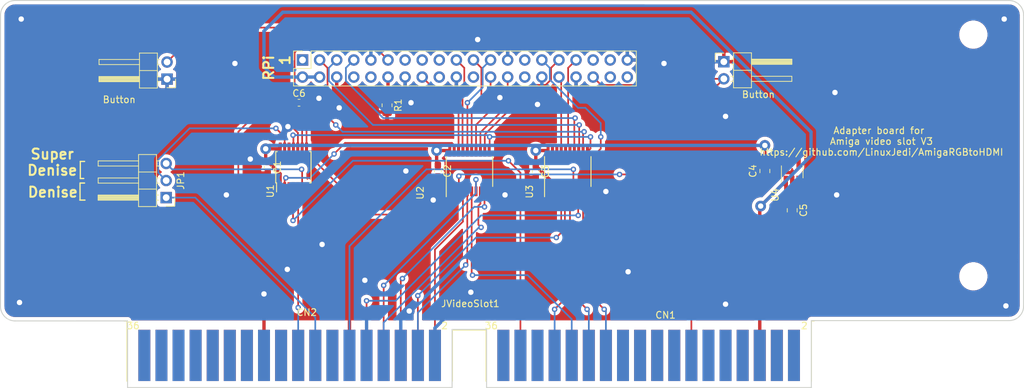
<source format=kicad_pcb>
(kicad_pcb (version 20171130) (host pcbnew 5.1.9-73d0e3b20d~88~ubuntu20.10.1)
  (layers (0 F.Cu signal) (31 B.Cu signal) (34 B.Paste user) (35 F.Paste user) (36 B.SilkS user) (37 F.SilkS user) (38 B.Mask user) (39 F.Mask user) (44 Edge.Cuts user))
  (net 0 "")
  (net 1 GND)
  (net 2 +3V3)
  (net 3 /B0)
  (net 4 /R3)
  (net 5 /R2)
  (net 6 /R1)
  (net 7 /R0)
  (net 8 +5V)
  (net 9 /CDAC)
  (net 10 /CSYNC)
  (net 11 /G3)
  (net 12 /G2)
  (net 13 /G1)
  (net 14 /G0)
  (net 15 /B3)
  (net 16 /B2)
  (net 17 /B1)
  (net 18 "Net-(JRaspberryPiZero1-Pad1)")
  (net 19 /PiCLK)
  (net 20 /PiCSYNC)
  (net 21 /PiR3)
  (net 22 /PiR2)
  (net 23 /PiR1)
  (net 24 "Net-(JRaspberryPiZero1-Pad13)")
  (net 25 /PiR0)
  (net 26 "Net-(JRaspberryPiZero1-Pad17)")
  (net 27 /PiG3)
  (net 28 /PiG2)
  (net 29 /PiG1)
  (net 30 /PiG0)
  (net 31 /PiB3)
  (net 32 /PiB2)
  (net 33 /PiB1)
  (net 34 /PiB0)
  (net 35 "Net-(U4-Pad4)")
  (net 36 "Net-(JRaspberryPiZero1-Pad8)")
  (net 37 "Net-(JRaspberryPiZero1-Pad10)")
  (net 38 "Net-(JRaspberryPiZero1-Pad12)")
  (net 39 "Net-(JRaspberryPiZero1-Pad18)")
  (net 40 "Net-(JRaspberryPiZero1-Pad22)")
  (net 41 "Net-(U1-Pad11)")
  (net 42 "Net-(JRaspberryPiZero1-Pad15)")
  (net 43 "Net-(JRaspberryPiZero1-Pad27)")
  (net 44 "Net-(JRaspberryPiZero1-Pad28)")
  (net 45 "Net-(JRaspberryPiZero1-Pad40)")
  (net 46 "Net-(JRaspberryPiZero1-Pad35)")
  (net 47 "Net-(JRaspberryPiZero1-Pad38)")
  (net 48 "Net-(U3-Pad18)")
  (net 49 "Net-(U3-Pad19)")
  (net 50 "Net-(JButton1-Pad2)")
  (net 51 "Net-(U1-Pad2)")
  (net 52 "Net-(JRaspberryPiZero1-Pad37)")
  (net 53 "Net-(JP1-Pad3)")
  (net 54 "Net-(JP1-Pad2)")
  (net 55 "Net-(U1-Pad3)")
  (net 56 /C1)
  (net 57 /C3)
  (net 58 "Net-(JVideoSlot1-Pad1)")
  (net 59 "Net-(JVideoSlot1-Pad3)")
  (net 60 "Net-(JVideoSlot1-Pad5)")
  (net 61 "Net-(JVideoSlot1-Pad7)")
  (net 62 "Net-(JVideoSlot1-Pad9)")
  (net 63 "Net-(JVideoSlot1-Pad11)")
  (net 64 "Net-(JVideoSlot1-Pad13)")
  (net 65 "Net-(JVideoSlot1-Pad15)")
  (net 66 "Net-(JVideoSlot1-Pad17)")
  (net 67 "Net-(JVideoSlot1-Pad19)")
  (net 68 "Net-(JVideoSlot1-Pad21)")
  (net 69 "Net-(JVideoSlot1-Pad31)")
  (net 70 "Net-(JVideoSlot1-Pad33)")
  (net 71 "Net-(JVideoSlot1-Pad35)")
  (net 72 "Net-(JVideoSlot1-Pad2)")
  (net 73 "Net-(JVideoSlot1-Pad4)")
  (net 74 "Net-(JVideoSlot1-Pad8)")
  (net 75 "Net-(JVideoSlot1-Pad10)")
  (net 76 "Net-(JVideoSlot1-Pad12)")
  (net 77 "Net-(JVideoSlot1-Pad16)")
  (net 78 "Net-(JVideoSlot1-Pad18)")
  (net 79 "Net-(JVideoSlot1-Pad20)")
  (net 80 "Net-(JVideoSlot1-Pad22)")
  (net 81 "Net-(JVideoSlot1-Pad24)")
  (net 82 "Net-(JVideoSlot1-Pad26)")
  (net 83 "Net-(JVideoSlot1-Pad28)")
  (net 84 "Net-(JVideoSlot1-Pad30)")
  (net 85 "Net-(JVideoSlot1-Pad32)")
  (net 86 "Net-(JVideoSlot1-Pad36)")
  (net 87 "Net-(JVideoSlot1-Pad49)")
  (net 88 "Net-(JVideoSlot1-Pad55)")
  (net 89 "Net-(JVideoSlot1-Pad57)")
  (net 90 "Net-(JVideoSlot1-Pad59)")
  (net 91 "Net-(JVideoSlot1-Pad61)")
  (net 92 "Net-(JVideoSlot1-Pad63)")
  (net 93 "Net-(JVideoSlot1-Pad65)")
  (net 94 "Net-(JVideoSlot1-Pad67)")
  (net 95 "Net-(JVideoSlot1-Pad69)")
  (net 96 "Net-(JVideoSlot1-Pad71)")
  (net 97 "Net-(JVideoSlot1-Pad50)")
  (net 98 "Net-(JVideoSlot1-Pad52)")
  (net 99 "Net-(JVideoSlot1-Pad54)")
  (net 100 "Net-(JVideoSlot1-Pad56)")
  (net 101 "Net-(JVideoSlot1-Pad60)")
  (net 102 "Net-(JVideoSlot1-Pad62)")
  (net 103 "Net-(JVideoSlot1-Pad64)")
  (net 104 "Net-(JVideoSlot1-Pad66)")
  (net 105 "Net-(JVideoSlot1-Pad68)")
  (net 106 "Net-(JVideoSlot1-Pad70)")
  (net 107 "Net-(JVideoSlot1-Pad72)")
  (module MountingHole:MountingHole_3.2mm_M3_ISO14580 (layer F.Cu) (at 236.2073 100.50272)
    (fp_text reference H2 hide)
    (fp_text value MountingHole)
    (pad 1 np_thru_hole circle (at 0 0) (size 3.2 3.2) (drill 3.2) (layers *.Cu *.Mask))
  )
  (module MountingHole:MountingHole_3.2mm_M3_ISO14580 (layer F.Cu) (at 236.2073 64.54648)
    (fp_text reference H1 hide)
    (fp_text value MountingHole)
    (pad 1 np_thru_hole circle (at 0 0) (size 3.2 3.2) (drill 3.2) (layers *.Cu *.Mask))
  )
  (module Capacitor_SMD:C_0603_1608Metric_Pad1.08x0.95mm_HandSolder (layer F.Cu) (at 136.017 74.676 180)
    (fp_text reference C6 (at 0 1.397) (layer F.SilkS))
    (fp_text value NC)
    (pad 2 smd roundrect (at 0.8625 0 180) (size 1.075 0.95) (layers F.Cu F.Paste F.Mask) (net 1 GND))
    (pad 1 smd roundrect (at -0.8625 0 180) (size 1.075 0.95) (layers F.Cu F.Paste F.Mask) (net 19 /PiCLK))
  )
  (module amiga-conn:A2000_Video_Slot (layer F.Cu) (at 212.344 116.332)
    (fp_text reference JVideoSlot1 (at -50.87 -11.76) (layer F.SilkS))
    (fp_text value A2000_Video_Slot_Phys)
    (fp_text user CN1 (at -21.87 -10.06) (layer F.SilkS))
    (fp_text user 36 (at -47.75 -8.475) (layer F.SilkS))
    (fp_text user 2 (at -1.25 -8.47) (layer F.SilkS))
    (fp_text user CN2 (at -75.17 -10.46) (layer F.SilkS))
    (fp_text user 2 (at -54.7 -8.475) (layer F.SilkS))
    (fp_text user 36 (at -100.975 -8.475) (layer F.SilkS))
    (pad 1 connect rect (at -2.79 -4.06) (size 1.78 7.62) (layers B.Cu B.Mask) (net 58 "Net-(JVideoSlot1-Pad1)"))
    (pad 3 connect rect (at -5.33 -4.06) (size 1.78 7.62) (layers B.Cu B.Mask) (net 59 "Net-(JVideoSlot1-Pad3)"))
    (pad 5 connect rect (at -7.87 -4.06) (size 1.78 7.62) (layers B.Cu B.Mask) (net 60 "Net-(JVideoSlot1-Pad5)"))
    (pad 7 connect rect (at -10.41 -4.06) (size 1.78 7.62) (layers B.Cu B.Mask) (net 61 "Net-(JVideoSlot1-Pad7)"))
    (pad 9 connect rect (at -12.95 -4.06) (size 1.78 7.62) (layers B.Cu B.Mask) (net 62 "Net-(JVideoSlot1-Pad9)"))
    (pad 11 connect rect (at -15.49 -4.06) (size 1.78 7.62) (layers B.Cu B.Mask) (net 63 "Net-(JVideoSlot1-Pad11)"))
    (pad 13 connect rect (at -18.03 -4.06) (size 1.78 7.62) (layers B.Cu B.Mask) (net 64 "Net-(JVideoSlot1-Pad13)"))
    (pad 15 connect rect (at -20.57 -4.06) (size 1.78 7.62) (layers B.Cu B.Mask) (net 65 "Net-(JVideoSlot1-Pad15)"))
    (pad 17 connect rect (at -23.11 -4.06) (size 1.78 7.62) (layers B.Cu B.Mask) (net 66 "Net-(JVideoSlot1-Pad17)"))
    (pad 19 connect rect (at -25.65 -4.06) (size 1.78 7.62) (layers B.Cu B.Mask) (net 67 "Net-(JVideoSlot1-Pad19)"))
    (pad 21 connect rect (at -28.19 -4.06) (size 1.78 7.62) (layers B.Cu B.Mask) (net 68 "Net-(JVideoSlot1-Pad21)"))
    (pad 23 connect rect (at -30.73 -4.06) (size 1.78 7.62) (layers B.Cu B.Mask) (net 3 /B0))
    (pad 25 connect rect (at -33.27 -4.06) (size 1.78 7.62) (layers B.Cu B.Mask) (net 15 /B3))
    (pad 27 connect rect (at -35.81 -4.06) (size 1.78 7.62) (layers B.Cu B.Mask) (net 11 /G3))
    (pad 29 connect rect (at -38.35 -4.06) (size 1.78 7.62) (layers B.Cu B.Mask) (net 4 /R3))
    (pad 31 connect rect (at -40.89 -4.06) (size 1.78 7.62) (layers B.Cu B.Mask) (net 69 "Net-(JVideoSlot1-Pad31)"))
    (pad 33 connect rect (at -43.43 -4.06) (size 1.78 7.62) (layers B.Cu B.Mask) (net 70 "Net-(JVideoSlot1-Pad33)"))
    (pad 35 connect rect (at -45.97 -4.06) (size 1.78 7.62) (layers B.Cu B.Mask) (net 71 "Net-(JVideoSlot1-Pad35)"))
    (pad 2 connect rect (at -2.79 -4.06) (size 1.78 7.62) (layers F.Cu F.Mask) (net 72 "Net-(JVideoSlot1-Pad2)"))
    (pad 4 connect rect (at -5.33 -4.06) (size 1.78 7.62) (layers F.Cu F.Mask) (net 73 "Net-(JVideoSlot1-Pad4)"))
    (pad 6 connect rect (at -7.87 -4.06) (size 1.78 7.62) (layers F.Cu F.Mask) (net 8 +5V))
    (pad 8 connect rect (at -10.41 -4.06) (size 1.78 7.62) (layers F.Cu F.Mask) (net 74 "Net-(JVideoSlot1-Pad8)"))
    (pad 10 connect rect (at -12.95 -4.06) (size 1.78 7.62) (layers F.Cu F.Mask) (net 75 "Net-(JVideoSlot1-Pad10)"))
    (pad 12 connect rect (at -15.49 -4.06) (size 1.78 7.62) (layers F.Cu F.Mask) (net 76 "Net-(JVideoSlot1-Pad12)"))
    (pad 14 connect rect (at -18.03 -4.06) (size 1.78 7.62) (layers F.Cu F.Mask) (net 10 /CSYNC))
    (pad 16 connect rect (at -20.57 -4.06) (size 1.78 7.62) (layers F.Cu F.Mask) (net 77 "Net-(JVideoSlot1-Pad16)"))
    (pad 18 connect rect (at -23.11 -4.06) (size 1.78 7.62) (layers F.Cu F.Mask) (net 78 "Net-(JVideoSlot1-Pad18)"))
    (pad 20 connect rect (at -25.65 -4.06) (size 1.78 7.62) (layers F.Cu F.Mask) (net 79 "Net-(JVideoSlot1-Pad20)"))
    (pad 22 connect rect (at -28.19 -4.06) (size 1.78 7.62) (layers F.Cu F.Mask) (net 80 "Net-(JVideoSlot1-Pad22)"))
    (pad 24 connect rect (at -30.73 -4.06) (size 1.78 7.62) (layers F.Cu F.Mask) (net 81 "Net-(JVideoSlot1-Pad24)"))
    (pad 26 connect rect (at -33.27 -4.06) (size 1.78 7.62) (layers F.Cu F.Mask) (net 82 "Net-(JVideoSlot1-Pad26)"))
    (pad 28 connect rect (at -35.81 -4.06) (size 1.78 7.62) (layers F.Cu F.Mask) (net 83 "Net-(JVideoSlot1-Pad28)"))
    (pad 30 connect rect (at -38.35 -4.06) (size 1.78 7.62) (layers F.Cu F.Mask) (net 84 "Net-(JVideoSlot1-Pad30)"))
    (pad 32 connect rect (at -40.89 -4.06) (size 1.78 7.62) (layers F.Cu F.Mask) (net 85 "Net-(JVideoSlot1-Pad32)"))
    (pad 34 connect rect (at -43.43 -4.06) (size 1.78 7.62) (layers F.Cu F.Mask) (net 56 /C1))
    (pad 36 connect rect (at -45.97 -4.06) (size 1.78 7.62) (layers F.Cu F.Mask) (net 86 "Net-(JVideoSlot1-Pad36)"))
    (pad 37 connect rect (at -56.13 -4.06) (size 1.78 7.62) (layers B.Cu B.Mask) (net 1 GND))
    (pad 39 connect rect (at -58.67 -4.06) (size 1.78 7.62) (layers B.Cu B.Mask) (net 6 /R1))
    (pad 41 connect rect (at -61.21 -4.06) (size 1.78 7.62) (layers B.Cu B.Mask) (net 1 GND))
    (pad 43 connect rect (at -63.75 -4.06) (size 1.78 7.62) (layers B.Cu B.Mask) (net 13 /G1))
    (pad 45 connect rect (at -66.29 -4.06) (size 1.78 7.62) (layers B.Cu B.Mask) (net 1 GND))
    (pad 47 connect rect (at -68.83 -4.06) (size 1.78 7.62) (layers B.Cu B.Mask) (net 16 /B2))
    (pad 49 connect rect (at -71.37 -4.06) (size 1.78 7.62) (layers B.Cu B.Mask) (net 87 "Net-(JVideoSlot1-Pad49)"))
    (pad 51 connect rect (at -73.91 -4.06) (size 1.78 7.62) (layers B.Cu B.Mask) (net 9 /CDAC))
    (pad 53 connect rect (at -76.45 -4.06) (size 1.78 7.62) (layers B.Cu B.Mask) (net 57 /C3))
    (pad 55 connect rect (at -78.99 -4.06) (size 1.78 7.62) (layers B.Cu B.Mask) (net 88 "Net-(JVideoSlot1-Pad55)"))
    (pad 57 connect rect (at -81.53 -4.06) (size 1.78 7.62) (layers B.Cu B.Mask) (net 89 "Net-(JVideoSlot1-Pad57)"))
    (pad 59 connect rect (at -84.07 -4.06) (size 1.78 7.62) (layers B.Cu B.Mask) (net 90 "Net-(JVideoSlot1-Pad59)"))
    (pad 61 connect rect (at -86.61 -4.06) (size 1.78 7.62) (layers B.Cu B.Mask) (net 91 "Net-(JVideoSlot1-Pad61)"))
    (pad 63 connect rect (at -89.15 -4.06) (size 1.78 7.62) (layers B.Cu B.Mask) (net 92 "Net-(JVideoSlot1-Pad63)"))
    (pad 65 connect rect (at -91.69 -4.06) (size 1.78 7.62) (layers B.Cu B.Mask) (net 93 "Net-(JVideoSlot1-Pad65)"))
    (pad 67 connect rect (at -94.23 -4.06) (size 1.78 7.62) (layers B.Cu B.Mask) (net 94 "Net-(JVideoSlot1-Pad67)"))
    (pad 69 connect rect (at -96.77 -4.06) (size 1.78 7.62) (layers B.Cu B.Mask) (net 95 "Net-(JVideoSlot1-Pad69)"))
    (pad 71 connect rect (at -99.31 -4.06) (size 1.78 7.62) (layers B.Cu B.Mask) (net 96 "Net-(JVideoSlot1-Pad71)"))
    (pad 38 connect rect (at -56.13 -4.06) (size 1.78 7.62) (layers F.Cu F.Mask) (net 7 /R0))
    (pad 40 connect rect (at -58.67 -4.06) (size 1.78 7.62) (layers F.Cu F.Mask) (net 5 /R2))
    (pad 42 connect rect (at -61.21 -4.06) (size 1.78 7.62) (layers F.Cu F.Mask) (net 14 /G0))
    (pad 44 connect rect (at -63.75 -4.06) (size 1.78 7.62) (layers F.Cu F.Mask) (net 12 /G2))
    (pad 46 connect rect (at -66.29 -4.06) (size 1.78 7.62) (layers F.Cu F.Mask) (net 17 /B1))
    (pad 48 connect rect (at -68.83 -4.06) (size 1.78 7.62) (layers F.Cu F.Mask) (net 1 GND))
    (pad 50 connect rect (at -71.37 -4.06) (size 1.78 7.62) (layers F.Cu F.Mask) (net 97 "Net-(JVideoSlot1-Pad50)"))
    (pad 52 connect rect (at -73.91 -4.06) (size 1.78 7.62) (layers F.Cu F.Mask) (net 98 "Net-(JVideoSlot1-Pad52)"))
    (pad 54 connect rect (at -76.45 -4.06) (size 1.78 7.62) (layers F.Cu F.Mask) (net 99 "Net-(JVideoSlot1-Pad54)"))
    (pad 56 connect rect (at -78.99 -4.06) (size 1.78 7.62) (layers F.Cu F.Mask) (net 100 "Net-(JVideoSlot1-Pad56)"))
    (pad 58 connect rect (at -81.53 -4.06) (size 1.78 7.62) (layers F.Cu F.Mask) (net 1 GND))
    (pad 60 connect rect (at -84.07 -4.06) (size 1.78 7.62) (layers F.Cu F.Mask) (net 101 "Net-(JVideoSlot1-Pad60)"))
    (pad 62 connect rect (at -86.61 -4.06) (size 1.78 7.62) (layers F.Cu F.Mask) (net 102 "Net-(JVideoSlot1-Pad62)"))
    (pad 64 connect rect (at -89.15 -4.06) (size 1.78 7.62) (layers F.Cu F.Mask) (net 103 "Net-(JVideoSlot1-Pad64)"))
    (pad 66 connect rect (at -91.69 -4.06) (size 1.78 7.62) (layers F.Cu F.Mask) (net 104 "Net-(JVideoSlot1-Pad66)"))
    (pad 68 connect rect (at -94.23 -4.06) (size 1.78 7.62) (layers F.Cu F.Mask) (net 105 "Net-(JVideoSlot1-Pad68)"))
    (pad 70 connect rect (at -96.77 -4.06) (size 1.78 7.62) (layers F.Cu F.Mask) (net 106 "Net-(JVideoSlot1-Pad70)"))
    (pad 72 connect rect (at -99.31 -4.06) (size 1.78 7.62) (layers F.Cu F.Mask) (net 107 "Net-(JVideoSlot1-Pad72)"))
  )
  (module Capacitor_SMD:C_0805_2012Metric_Pad1.18x1.45mm_HandSolder (layer F.Cu) (at 209.296 90.678 270)
    (fp_text reference C5 (at 0 -1.68 90) (layer F.SilkS))
    (fp_text value 1uF)
    (pad 2 smd roundrect (at 1.0375 0 270) (size 1.175 1.45) (layers F.Cu F.Paste F.Mask) (roundrect_rratio 0.2127659574468085) (net 1 GND))
    (pad 1 smd roundrect (at -1.0375 0 270) (size 1.175 1.45) (layers F.Cu F.Paste F.Mask) (roundrect_rratio 0.2127659574468085) (net 8 +5V))
  )
  (module Resistor_SMD:R_0805_2012Metric_Pad1.20x1.40mm_HandSolder (layer F.Cu) (at 149.098 75.057 270)
    (fp_text reference R1 (at 0 -1.65 90) (layer F.SilkS))
    (fp_text value 3k3)
    (pad 2 smd roundrect (at 1 0 270) (size 1.2 1.4) (layers F.Cu F.Paste F.Mask) (roundrect_rratio 0.2083325) (net 1 GND))
    (pad 1 smd roundrect (at -1 0 270) (size 1.2 1.4) (layers F.Cu F.Paste F.Mask) (roundrect_rratio 0.2083325) (net 38 "Net-(JRaspberryPiZero1-Pad12)"))
  )
  (module Capacitor_SMD:C_0805_2012Metric_Pad1.18x1.45mm_HandSolder (layer F.Cu) (at 205.232 84.836 270)
    (fp_text reference C4 (at 0 1.778 90) (layer F.SilkS))
    (fp_text value 1uF)
    (pad 2 smd roundrect (at 1.0375 0 270) (size 1.175 1.45) (layers F.Cu F.Paste F.Mask) (roundrect_rratio 0.2127659574468085) (net 1 GND))
    (pad 1 smd roundrect (at -1.0375 0 270) (size 1.175 1.45) (layers F.Cu F.Paste F.Mask) (roundrect_rratio 0.2127659574468085) (net 2 +3V3))
  )
  (module Capacitor_SMD:C_0603_1608Metric_Pad1.08x0.95mm_HandSolder (layer F.Cu) (at 171.196 84.9122 270)
    (fp_text reference C3 (at 0 -1.43 90) (layer F.SilkS))
    (fp_text value 100nF)
    (pad 2 smd roundrect (at 0.8625 0 270) (size 1.075 0.95) (layers F.Cu F.Paste F.Mask) (net 1 GND))
    (pad 1 smd roundrect (at -0.8625 0 270) (size 1.075 0.95) (layers F.Cu F.Paste F.Mask) (net 2 +3V3))
  )
  (module Capacitor_SMD:C_0603_1608Metric_Pad1.08x0.95mm_HandSolder (layer F.Cu) (at 156.64434 84.836 270)
    (fp_text reference C2 (at 0 -1.43 90) (layer F.SilkS))
    (fp_text value 100nF)
    (pad 2 smd roundrect (at 0.8625 0 270) (size 1.075 0.95) (layers F.Cu F.Paste F.Mask) (net 1 GND))
    (pad 1 smd roundrect (at -0.8625 0 270) (size 1.075 0.95) (layers F.Cu F.Paste F.Mask) (net 2 +3V3))
  )
  (module Capacitor_SMD:C_0603_1608Metric_Pad1.08x0.95mm_HandSolder (layer F.Cu) (at 131.37134 84.2772 270)
    (fp_text reference C1 (at 0 -1.43 90) (layer F.SilkS))
    (fp_text value 100nF)
    (pad 2 smd roundrect (at 0.8625 0 270) (size 1.075 0.95) (layers F.Cu F.Paste F.Mask) (net 1 GND))
    (pad 1 smd roundrect (at -0.8625 0 270) (size 1.075 0.95) (layers F.Cu F.Paste F.Mask) (net 2 +3V3))
  )
  (module Connector_PinHeader_2.54mm:PinHeader_1x02_P2.54mm_Horizontal (layer F.Cu) (at 199.136 68.58)
    (fp_text reference JButton2 hide)
    (fp_text value Conn_01x02)
    (pad 2 thru_hole oval (at 0 2.54) (size 1.7 1.7) (drill 1) (layers *.Cu *.Mask) (net 50 "Net-(JButton1-Pad2)"))
    (pad 1 thru_hole rect (at 0 0) (size 1.7 1.7) (drill 1) (layers *.Cu *.Mask) (net 1 GND))
  )
  (module Connector_PinHeader_2.54mm:PinHeader_1x02_P2.54mm_Horizontal (layer F.Cu) (at 116.4082 71.16318 180)
    (fp_text reference JButton1 hide)
    (fp_text value Conn_01x02)
    (pad 1 thru_hole rect (at 0 0 180) (size 1.7 1.7) (drill 1) (layers *.Cu *.Mask) (net 1 GND))
    (pad 2 thru_hole oval (at 0 2.54 180) (size 1.7 1.7) (drill 1) (layers *.Cu *.Mask) (net 50 "Net-(JButton1-Pad2)"))
  )
  (module Package_SO:TSSOP-14_4.4x5mm_P0.65mm (layer F.Cu) (at 135.18134 84.2772 90)
    (fp_text reference U1 (at -3.556 -3.429 90) (layer F.SilkS))
    (fp_text value 74LVC86)
    (pad 1 smd rect (at -2.95 -1.95 90) (size 1.45 0.45) (layers F.Cu F.Paste F.Mask) (net 2 +3V3))
    (pad 2 smd rect (at -2.95 -1.3 90) (size 1.45 0.45) (layers F.Cu F.Paste F.Mask) (net 51 "Net-(U1-Pad2)"))
    (pad 3 smd rect (at -2.95 -0.65 90) (size 1.45 0.45) (layers F.Cu F.Paste F.Mask) (net 55 "Net-(U1-Pad3)"))
    (pad 4 smd rect (at -2.95 0 90) (size 1.45 0.45) (layers F.Cu F.Paste F.Mask) (net 56 /C1))
    (pad 5 smd rect (at -2.95 0.65 90) (size 1.45 0.45) (layers F.Cu F.Paste F.Mask) (net 57 /C3))
    (pad 6 smd rect (at -2.95 1.3 90) (size 1.45 0.45) (layers F.Cu F.Paste F.Mask) (net 53 "Net-(JP1-Pad3)"))
    (pad 7 smd rect (at -2.95 1.95 90) (size 1.45 0.45) (layers F.Cu F.Paste F.Mask) (net 1 GND))
    (pad 8 smd rect (at 2.95 1.95 90) (size 1.45 0.45) (layers F.Cu F.Paste F.Mask) (net 19 /PiCLK))
    (pad 9 smd rect (at 2.95 1.3 90) (size 1.45 0.45) (layers F.Cu F.Paste F.Mask) (net 55 "Net-(U1-Pad3)"))
    (pad 10 smd rect (at 2.95 0.65 90) (size 1.45 0.45) (layers F.Cu F.Paste F.Mask) (net 1 GND))
    (pad 11 smd rect (at 2.95 0 90) (size 1.45 0.45) (layers F.Cu F.Paste F.Mask) (net 41 "Net-(U1-Pad11)"))
    (pad 12 smd rect (at 2.95 -0.65 90) (size 1.45 0.45) (layers F.Cu F.Paste F.Mask) (net 19 /PiCLK))
    (pad 13 smd rect (at 2.95 -1.3 90) (size 1.45 0.45) (layers F.Cu F.Paste F.Mask) (net 54 "Net-(JP1-Pad2)"))
    (pad 14 smd rect (at 2.95 -1.95 90) (size 1.45 0.45) (layers F.Cu F.Paste F.Mask) (net 2 +3V3))
  )
  (module Package_SO:TSSOP-20_4.4x6.5mm_P0.65mm (layer F.Cu) (at 161.34334 84.9122 90)
    (fp_text reference U2 (at -3.17754 -7.32282 90) (layer F.SilkS))
    (fp_text value 74LVC574)
    (pad 20 smd rect (at 2.95 -2.925 90) (size 1.45 0.45) (layers F.Cu F.Paste F.Mask) (net 2 +3V3))
    (pad 19 smd rect (at 2.95 -2.275 90) (size 1.45 0.45) (layers F.Cu F.Paste F.Mask) (net 51 "Net-(U1-Pad2)"))
    (pad 18 smd rect (at 2.95 -1.625 90) (size 1.45 0.45) (layers F.Cu F.Paste F.Mask) (net 20 /PiCSYNC))
    (pad 17 smd rect (at 2.95 -0.975 90) (size 1.45 0.45) (layers F.Cu F.Paste F.Mask) (net 25 /PiR0))
    (pad 16 smd rect (at 2.95 -0.325 90) (size 1.45 0.45) (layers F.Cu F.Paste F.Mask) (net 23 /PiR1))
    (pad 15 smd rect (at 2.95 0.325 90) (size 1.45 0.45) (layers F.Cu F.Paste F.Mask) (net 27 /PiG3))
    (pad 14 smd rect (at 2.95 0.975 90) (size 1.45 0.45) (layers F.Cu F.Paste F.Mask) (net 28 /PiG2))
    (pad 13 smd rect (at 2.95 1.625 90) (size 1.45 0.45) (layers F.Cu F.Paste F.Mask) (net 29 /PiG1))
    (pad 12 smd rect (at 2.95 2.275 90) (size 1.45 0.45) (layers F.Cu F.Paste F.Mask) (net 30 /PiG0))
    (pad 11 smd rect (at 2.95 2.925 90) (size 1.45 0.45) (layers F.Cu F.Paste F.Mask) (net 41 "Net-(U1-Pad11)"))
    (pad 10 smd rect (at -2.95 2.925 90) (size 1.45 0.45) (layers F.Cu F.Paste F.Mask) (net 1 GND))
    (pad 9 smd rect (at -2.95 2.275 90) (size 1.45 0.45) (layers F.Cu F.Paste F.Mask) (net 14 /G0))
    (pad 8 smd rect (at -2.95 1.625 90) (size 1.45 0.45) (layers F.Cu F.Paste F.Mask) (net 13 /G1))
    (pad 7 smd rect (at -2.95 0.975 90) (size 1.45 0.45) (layers F.Cu F.Paste F.Mask) (net 12 /G2))
    (pad 6 smd rect (at -2.95 0.325 90) (size 1.45 0.45) (layers F.Cu F.Paste F.Mask) (net 11 /G3))
    (pad 5 smd rect (at -2.95 -0.325 90) (size 1.45 0.45) (layers F.Cu F.Paste F.Mask) (net 6 /R1))
    (pad 4 smd rect (at -2.95 -0.975 90) (size 1.45 0.45) (layers F.Cu F.Paste F.Mask) (net 7 /R0))
    (pad 3 smd rect (at -2.95 -1.625 90) (size 1.45 0.45) (layers F.Cu F.Paste F.Mask) (net 10 /CSYNC))
    (pad 2 smd rect (at -2.95 -2.275 90) (size 1.45 0.45) (layers F.Cu F.Paste F.Mask) (net 19 /PiCLK))
    (pad 1 smd rect (at -2.95 -2.925 90) (size 1.45 0.45) (layers F.Cu F.Paste F.Mask) (net 1 GND))
  )
  (module Package_SO:TSSOP-20_4.4x6.5mm_P0.65mm (layer F.Cu) (at 175.94834 84.9122 90)
    (fp_text reference U3 (at -3.00482 -5.68706 90) (layer F.SilkS))
    (fp_text value 74LVC574)
    (pad 1 smd rect (at -2.95 -2.925 90) (size 1.45 0.45) (layers F.Cu F.Paste F.Mask) (net 1 GND))
    (pad 2 smd rect (at -2.95 -2.275 90) (size 1.45 0.45) (layers F.Cu F.Paste F.Mask) (net 2 +3V3))
    (pad 3 smd rect (at -2.95 -1.625 90) (size 1.45 0.45) (layers F.Cu F.Paste F.Mask) (net 2 +3V3))
    (pad 4 smd rect (at -2.95 -0.975 90) (size 1.45 0.45) (layers F.Cu F.Paste F.Mask) (net 5 /R2))
    (pad 5 smd rect (at -2.95 -0.325 90) (size 1.45 0.45) (layers F.Cu F.Paste F.Mask) (net 4 /R3))
    (pad 6 smd rect (at -2.95 0.325 90) (size 1.45 0.45) (layers F.Cu F.Paste F.Mask) (net 15 /B3))
    (pad 7 smd rect (at -2.95 0.975 90) (size 1.45 0.45) (layers F.Cu F.Paste F.Mask) (net 16 /B2))
    (pad 8 smd rect (at -2.95 1.625 90) (size 1.45 0.45) (layers F.Cu F.Paste F.Mask) (net 17 /B1))
    (pad 9 smd rect (at -2.95 2.275 90) (size 1.45 0.45) (layers F.Cu F.Paste F.Mask) (net 3 /B0))
    (pad 10 smd rect (at -2.95 2.925 90) (size 1.45 0.45) (layers F.Cu F.Paste F.Mask) (net 1 GND))
    (pad 11 smd rect (at 2.95 2.925 90) (size 1.45 0.45) (layers F.Cu F.Paste F.Mask) (net 41 "Net-(U1-Pad11)"))
    (pad 12 smd rect (at 2.95 2.275 90) (size 1.45 0.45) (layers F.Cu F.Paste F.Mask) (net 34 /PiB0))
    (pad 13 smd rect (at 2.95 1.625 90) (size 1.45 0.45) (layers F.Cu F.Paste F.Mask) (net 33 /PiB1))
    (pad 14 smd rect (at 2.95 0.975 90) (size 1.45 0.45) (layers F.Cu F.Paste F.Mask) (net 32 /PiB2))
    (pad 15 smd rect (at 2.95 0.325 90) (size 1.45 0.45) (layers F.Cu F.Paste F.Mask) (net 31 /PiB3))
    (pad 16 smd rect (at 2.95 -0.325 90) (size 1.45 0.45) (layers F.Cu F.Paste F.Mask) (net 21 /PiR3))
    (pad 17 smd rect (at 2.95 -0.975 90) (size 1.45 0.45) (layers F.Cu F.Paste F.Mask) (net 22 /PiR2))
    (pad 18 smd rect (at 2.95 -1.625 90) (size 1.45 0.45) (layers F.Cu F.Paste F.Mask) (net 48 "Net-(U3-Pad18)"))
    (pad 19 smd rect (at 2.95 -2.275 90) (size 1.45 0.45) (layers F.Cu F.Paste F.Mask) (net 49 "Net-(U3-Pad19)"))
    (pad 20 smd rect (at 2.95 -2.925 90) (size 1.45 0.45) (layers F.Cu F.Paste F.Mask) (net 2 +3V3))
  )
  (module Package_TO_SOT_SMD:SOT-23-5_HandSoldering (layer F.Cu) (at 209.296 84.963 90)
    (fp_text reference U4 (at -3.429 -2.54 90) (layer F.SilkS))
    (fp_text value TLV74333PDBVR)
    (pad 1 smd rect (at -1.35 -0.95 90) (size 1.56 0.65) (layers F.Cu F.Paste F.Mask) (net 8 +5V))
    (pad 2 smd rect (at -1.35 0 90) (size 1.56 0.65) (layers F.Cu F.Paste F.Mask) (net 1 GND))
    (pad 3 smd rect (at -1.35 0.95 90) (size 1.56 0.65) (layers F.Cu F.Paste F.Mask) (net 8 +5V))
    (pad 4 smd rect (at 1.35 0.95 90) (size 1.56 0.65) (layers F.Cu F.Paste F.Mask) (net 35 "Net-(U4-Pad4)"))
    (pad 5 smd rect (at 1.35 -0.95 90) (size 1.56 0.65) (layers F.Cu F.Paste F.Mask) (net 2 +3V3))
  )
  (module Connector_PinSocket_2.54mm:PinSocket_2x20_P2.54mm_Vertical (layer F.Cu) (at 136.5377 68.31838 90)
    (fp_text reference JRaspberryPiZero1 hide)
    (fp_text value Conn_02x20_Odd_Even)
    (pad 1 thru_hole rect (at 0 0 90) (size 1.7 1.7) (drill 1) (layers *.Cu *.Mask) (net 18 "Net-(JRaspberryPiZero1-Pad1)"))
    (pad 2 thru_hole oval (at -2.54 0 90) (size 1.7 1.7) (drill 1) (layers *.Cu *.Mask) (net 8 +5V))
    (pad 3 thru_hole oval (at 0 2.54 90) (size 1.7 1.7) (drill 1) (layers *.Cu *.Mask) (net 34 /PiB0))
    (pad 4 thru_hole oval (at -2.54 2.54 90) (size 1.7 1.7) (drill 1) (layers *.Cu *.Mask) (net 8 +5V))
    (pad 5 thru_hole oval (at 0 5.08 90) (size 1.7 1.7) (drill 1) (layers *.Cu *.Mask) (net 33 /PiB1))
    (pad 6 thru_hole oval (at -2.54 5.08 90) (size 1.7 1.7) (drill 1) (layers *.Cu *.Mask) (net 1 GND))
    (pad 7 thru_hole oval (at 0 7.62 90) (size 1.7 1.7) (drill 1) (layers *.Cu *.Mask) (net 32 /PiB2))
    (pad 8 thru_hole oval (at -2.54 7.62 90) (size 1.7 1.7) (drill 1) (layers *.Cu *.Mask) (net 36 "Net-(JRaspberryPiZero1-Pad8)"))
    (pad 9 thru_hole oval (at 0 10.16 90) (size 1.7 1.7) (drill 1) (layers *.Cu *.Mask) (net 1 GND))
    (pad 10 thru_hole oval (at -2.54 10.16 90) (size 1.7 1.7) (drill 1) (layers *.Cu *.Mask) (net 37 "Net-(JRaspberryPiZero1-Pad10)"))
    (pad 11 thru_hole oval (at 0 12.7 90) (size 1.7 1.7) (drill 1) (layers *.Cu *.Mask) (net 19 /PiCLK))
    (pad 12 thru_hole oval (at -2.54 12.7 90) (size 1.7 1.7) (drill 1) (layers *.Cu *.Mask) (net 38 "Net-(JRaspberryPiZero1-Pad12)"))
    (pad 13 thru_hole oval (at 0 15.24 90) (size 1.7 1.7) (drill 1) (layers *.Cu *.Mask) (net 24 "Net-(JRaspberryPiZero1-Pad13)"))
    (pad 14 thru_hole oval (at -2.54 15.24 90) (size 1.7 1.7) (drill 1) (layers *.Cu *.Mask) (net 1 GND))
    (pad 15 thru_hole oval (at 0 17.78 90) (size 1.7 1.7) (drill 1) (layers *.Cu *.Mask) (net 42 "Net-(JRaspberryPiZero1-Pad15)"))
    (pad 16 thru_hole oval (at -2.54 17.78 90) (size 1.7 1.7) (drill 1) (layers *.Cu *.Mask) (net 20 /PiCSYNC))
    (pad 17 thru_hole oval (at 0 20.32 90) (size 1.7 1.7) (drill 1) (layers *.Cu *.Mask) (net 26 "Net-(JRaspberryPiZero1-Pad17)"))
    (pad 18 thru_hole oval (at -2.54 20.32 90) (size 1.7 1.7) (drill 1) (layers *.Cu *.Mask) (net 39 "Net-(JRaspberryPiZero1-Pad18)"))
    (pad 19 thru_hole oval (at 0 22.86 90) (size 1.7 1.7) (drill 1) (layers *.Cu *.Mask) (net 25 /PiR0))
    (pad 20 thru_hole oval (at -2.54 22.86 90) (size 1.7 1.7) (drill 1) (layers *.Cu *.Mask) (net 1 GND))
    (pad 21 thru_hole oval (at 0 25.4 90) (size 1.7 1.7) (drill 1) (layers *.Cu *.Mask) (net 27 /PiG3))
    (pad 22 thru_hole oval (at -2.54 25.4 90) (size 1.7 1.7) (drill 1) (layers *.Cu *.Mask) (net 40 "Net-(JRaspberryPiZero1-Pad22)"))
    (pad 23 thru_hole oval (at 0 27.94 90) (size 1.7 1.7) (drill 1) (layers *.Cu *.Mask) (net 23 /PiR1))
    (pad 24 thru_hole oval (at -2.54 27.94 90) (size 1.7 1.7) (drill 1) (layers *.Cu *.Mask) (net 28 /PiG2))
    (pad 25 thru_hole oval (at 0 30.48 90) (size 1.7 1.7) (drill 1) (layers *.Cu *.Mask) (net 1 GND))
    (pad 26 thru_hole oval (at -2.54 30.48 90) (size 1.7 1.7) (drill 1) (layers *.Cu *.Mask) (net 29 /PiG1))
    (pad 27 thru_hole oval (at 0 33.02 90) (size 1.7 1.7) (drill 1) (layers *.Cu *.Mask) (net 43 "Net-(JRaspberryPiZero1-Pad27)"))
    (pad 28 thru_hole oval (at -2.54 33.02 90) (size 1.7 1.7) (drill 1) (layers *.Cu *.Mask) (net 44 "Net-(JRaspberryPiZero1-Pad28)"))
    (pad 29 thru_hole oval (at 0 35.56 90) (size 1.7 1.7) (drill 1) (layers *.Cu *.Mask) (net 31 /PiB3))
    (pad 30 thru_hole oval (at -2.54 35.56 90) (size 1.7 1.7) (drill 1) (layers *.Cu *.Mask) (net 1 GND))
    (pad 31 thru_hole oval (at 0 38.1 90) (size 1.7 1.7) (drill 1) (layers *.Cu *.Mask) (net 30 /PiG0))
    (pad 32 thru_hole oval (at -2.54 38.1 90) (size 1.7 1.7) (drill 1) (layers *.Cu *.Mask) (net 22 /PiR2))
    (pad 33 thru_hole oval (at 0 40.64 90) (size 1.7 1.7) (drill 1) (layers *.Cu *.Mask) (net 21 /PiR3))
    (pad 34 thru_hole oval (at -2.54 40.64 90) (size 1.7 1.7) (drill 1) (layers *.Cu *.Mask) (net 1 GND))
    (pad 35 thru_hole oval (at 0 43.18 90) (size 1.7 1.7) (drill 1) (layers *.Cu *.Mask) (net 46 "Net-(JRaspberryPiZero1-Pad35)"))
    (pad 36 thru_hole oval (at -2.54 43.18 90) (size 1.7 1.7) (drill 1) (layers *.Cu *.Mask) (net 50 "Net-(JButton1-Pad2)"))
    (pad 37 thru_hole oval (at 0 45.72 90) (size 1.7 1.7) (drill 1) (layers *.Cu *.Mask) (net 52 "Net-(JRaspberryPiZero1-Pad37)"))
    (pad 38 thru_hole oval (at -2.54 45.72 90) (size 1.7 1.7) (drill 1) (layers *.Cu *.Mask) (net 47 "Net-(JRaspberryPiZero1-Pad38)"))
    (pad 39 thru_hole oval (at 0 48.26 90) (size 1.7 1.7) (drill 1) (layers *.Cu *.Mask) (net 1 GND))
    (pad 40 thru_hole oval (at -2.54 48.26 90) (size 1.7 1.7) (drill 1) (layers *.Cu *.Mask) (net 45 "Net-(JRaspberryPiZero1-Pad40)"))
  )
  (module Connector_PinHeader_2.54mm:PinHeader_1x03_P2.54mm_Horizontal (layer F.Cu) (at 116.27866 88.79332 180)
    (fp_text reference JP1 (at -2.159 2.54 90) (layer F.SilkS))
    (fp_text value Jumper_3_Bridged12)
    (pad 1 thru_hole rect (at 0 0 180) (size 1.7 1.7) (drill 1) (layers *.Cu *.Mask) (net 9 /CDAC))
    (pad 2 thru_hole oval (at 0 2.54 180) (size 1.7 1.7) (drill 1) (layers *.Cu *.Mask) (net 54 "Net-(JP1-Pad2)"))
    (pad 3 thru_hole oval (at 0 5.08 180) (size 1.7 1.7) (drill 1) (layers *.Cu *.Mask) (net 53 "Net-(JP1-Pad3)"))
  )
  (gr_arc (start 241.5159 104.93248) (end 241.5159 107.09148) (angle -90) (layer Edge.Cuts) (width 0.15))
  (gr_arc (start 93.82252 104.9782) (end 91.66352 104.9782) (angle -90) (layer Edge.Cuts) (width 0.15))
  (gr_arc (start 93.8276 61.62802) (end 93.8276 59.46902) (angle -90) (layer Edge.Cuts) (width 0.15))
  (gr_arc (start 241.52098 61.6331) (end 243.67998 61.6331) (angle -90) (layer Edge.Cuts) (width 0.15))
  (gr_text Button (at 109.29874 74.21626) (layer F.SilkS) (effects (font (size 1 1))))
  (gr_text Button (at 204.27188 73.45426) (layer F.SilkS) (effects (font (size 1 1))))
  (gr_text "Adapter board for \nAmiga video slot V3\nhttps://github.com/LinuxJedi/AmigaRGBtoHDMI" (at 222.5548 80.42148) (layer F.SilkS) (effects (font (size 1 1))))
  (gr_line (start 163.88588 108.40466) (end 163.88588 117.05082) (layer Edge.Cuts) (width 0.15))
  (gr_line (start 163.88588 117.05082) (end 212.13826 117.05082) (layer Edge.Cuts) (width 0.15))
  (gr_line (start 158.7627 108.40466) (end 163.88588 108.40466) (layer Edge.Cuts) (width 0.15))
  (gr_line (start 243.6749 104.93248) (end 243.67998 61.6331) (layer Edge.Cuts) (width 0.15))
  (gr_line (start 110.54334 117.05082) (end 158.7627 117.05082) (layer Edge.Cuts) (width 0.15))
  (gr_line (start 93.8276 59.46902) (end 241.52098 59.4741) (layer Edge.Cuts) (width 0.15))
  (gr_line (start 158.7627 117.05082) (end 158.7627 108.40466) (layer Edge.Cuts) (width 0.15))
  (gr_line (start 110.54334 117.05082) (end 110.54334 107.13466) (layer Edge.Cuts) (width 0.15))
  (gr_line (start 212.13826 107.09148) (end 212.13826 117.05082) (layer Edge.Cuts) (width 0.15))
  (gr_line (start 110.54334 107.13466) (end 93.82252 107.1372) (layer Edge.Cuts) (width 0.15))
  (gr_line (start 91.66352 104.9782) (end 91.6686 61.62802) (layer Edge.Cuts) (width 0.15))
  (gr_line (start 212.13572 107.09148) (end 241.5159 107.09148) (layer Edge.Cuts) (width 0.15))
  (gr_line (start 103.4796 86.62162) (end 103.4796 89.16162) (layer F.SilkS) (width 0.2))
  (gr_line (start 103.4542 89.16162) (end 104.21366 89.16162) (layer F.SilkS) (width 0.2))
  (gr_line (start 104.1527 86.6267) (end 103.5177 86.6267) (layer F.SilkS) (width 0.2))
  (gr_line (start 103.52278 85.94852) (end 104.03078 85.94852) (layer F.SilkS) (width 0.2))
  (gr_line (start 103.52278 83.40852) (end 103.52278 85.94852) (layer F.SilkS) (width 0.2))
  (gr_line (start 104.15778 83.40852) (end 103.52278 83.40852) (layer F.SilkS) (width 0.2))
  (gr_text "Super\nDenise" (at 99.34956 83.52536) (layer F.SilkS) (effects (font (size 1.5 1.5) (thickness 0.3))))
  (gr_text Denise (at 99.43338 87.98306) (layer F.SilkS) (effects (font (size 1.5 1.5) (thickness 0.3))))
  (gr_text "RPi\n1" (at 132.7277 67.42938 90) (layer F.SilkS) (effects (font (size 1.5 1.5) (thickness 0.3)) (justify right)))
  (segment (start 206.022501 85.082999) (end 205.232 85.8735) (width 0.5) (layer F.Cu) (net 1))
  (segment (start 209.296 85.347998) (end 209.031001 85.082999) (width 0.5) (layer F.Cu) (net 1))
  (segment (start 209.031001 85.082999) (end 206.022501 85.082999) (width 0.5) (layer F.Cu) (net 1))
  (segment (start 209.296 86.313) (end 209.296 85.347998) (width 0.5) (layer F.Cu) (net 1))
  (segment (start 171.196 85.7747) (end 171.196 86.36) (width 0.5) (layer F.Cu) (net 1))
  (segment (start 172.6982 87.8622) (end 172.998331 87.8622) (width 0.5) (layer F.Cu) (net 1))
  (segment (start 171.196 86.36) (end 172.6982 87.8622) (width 0.5) (layer F.Cu) (net 1))
  (via (at 161.544 102.87) (size 1.6) (drill 0.8) (layers F.Cu B.Cu) (net 1))
  (segment (start 156.214 108.2) (end 161.544 102.87) (width 0.5) (layer B.Cu) (net 1))
  (segment (start 156.214 112.272) (end 156.214 108.2) (width 0.5) (layer B.Cu) (net 1))
  (via (at 171.45 74.93) (size 1.6) (drill 0.8) (layers F.Cu B.Cu) (net 1))
  (via (at 152.654 74.676) (size 1.6) (drill 0.8) (layers F.Cu B.Cu) (net 1))
  (via (at 141.986 75.438) (size 1.6) (drill 0.8) (layers F.Cu B.Cu) (net 1))
  (via (at 130.81 103.124) (size 1.6) (drill 0.8) (layers F.Cu B.Cu) (net 1))
  (segment (start 130.814 103.128) (end 130.81 103.124) (width 0.5) (layer F.Cu) (net 1))
  (segment (start 130.814 112.272) (end 130.814 103.128) (width 0.5) (layer F.Cu) (net 1))
  (via (at 145.796 101.092) (size 1.6) (drill 0.8) (layers F.Cu B.Cu) (net 1))
  (segment (start 151.134 106.93) (end 152.4 105.664) (width 0.5) (layer B.Cu) (net 1))
  (via (at 152.4 105.664) (size 1.6) (drill 0.8) (layers F.Cu B.Cu) (net 1))
  (segment (start 151.134 112.272) (end 151.134 106.93) (width 0.5) (layer B.Cu) (net 1))
  (via (at 139.446 95.758) (size 1.6) (drill 0.8) (layers F.Cu B.Cu) (net 1))
  (segment (start 143.514 99.826) (end 139.446 95.758) (width 0.5) (layer F.Cu) (net 1))
  (segment (start 143.514 112.272) (end 143.514 99.826) (width 0.5) (layer F.Cu) (net 1))
  (via (at 134.366 78.232) (size 1.6) (drill 0.8) (layers F.Cu B.Cu) (net 1))
  (segment (start 134.931002 78.232) (end 134.366 78.232) (width 0.25) (layer F.Cu) (net 1))
  (segment (start 135.853001 79.153999) (end 134.931002 78.232) (width 0.25) (layer F.Cu) (net 1))
  (segment (start 135.853001 80.691679) (end 135.853001 79.153999) (width 0.25) (layer F.Cu) (net 1))
  (segment (start 135.83134 80.71334) (end 135.853001 80.691679) (width 0.25) (layer F.Cu) (net 1))
  (segment (start 135.83134 81.3272) (end 135.83134 80.71334) (width 0.25) (layer F.Cu) (net 1))
  (segment (start 139.446 89.54186) (end 137.13134 87.2272) (width 0.25) (layer F.Cu) (net 1))
  (segment (start 139.446 95.758) (end 139.446 89.54186) (width 0.25) (layer F.Cu) (net 1))
  (via (at 128.778 83.058) (size 1.6) (drill 0.8) (layers F.Cu B.Cu) (net 1))
  (via (at 241.046 104.902) (size 1.6) (drill 0.8) (layers F.Cu B.Cu) (net 1))
  (via (at 240.792 62.23) (size 1.6) (drill 0.8) (layers F.Cu B.Cu) (net 1))
  (via (at 94.742 62.23) (size 1.6) (drill 0.8) (layers F.Cu B.Cu) (net 1))
  (via (at 94.488 104.394) (size 1.6) (drill 0.8) (layers F.Cu B.Cu) (net 1))
  (via (at 199.39 104.648) (size 1.6) (drill 0.8) (layers F.Cu B.Cu) (net 1))
  (via (at 199.39 76.708) (size 1.6) (drill 0.8) (layers F.Cu B.Cu) (net 1))
  (via (at 190.246 68.834) (size 1.6) (drill 0.8) (layers F.Cu B.Cu) (net 1))
  (via (at 126.492 68.834) (size 1.6) (drill 0.8) (layers F.Cu B.Cu) (net 1))
  (via (at 125.222 88.392) (size 1.6) (drill 0.8) (layers F.Cu B.Cu) (net 1))
  (via (at 184.912 99.822) (size 1.6) (drill 0.8) (layers F.Cu B.Cu) (net 1))
  (via (at 215.9 88.392) (size 1.6) (drill 0.8) (layers F.Cu B.Cu) (net 1))
  (via (at 215.646 73.152) (size 1.6) (drill 0.8) (layers F.Cu B.Cu) (net 1))
  (via (at 162.56 65.278) (size 1.6) (drill 0.8) (layers F.Cu B.Cu) (net 1))
  (via (at 165.862 73.914) (size 1.6) (drill 0.8) (layers F.Cu B.Cu) (net 1))
  (via (at 166.624 88.392) (size 1.6) (drill 0.8) (layers F.Cu B.Cu) (net 1))
  (via (at 155.956 89.154) (size 1.6) (drill 0.8) (layers F.Cu B.Cu) (net 1))
  (segment (start 164.79814 88.392) (end 164.26834 87.8622) (width 0.25) (layer F.Cu) (net 1))
  (segment (start 166.624 88.392) (end 164.79814 88.392) (width 0.25) (layer F.Cu) (net 1))
  (via (at 151.892 84.836) (size 1.6) (drill 0.8) (layers F.Cu B.Cu) (net 1))
  (segment (start 157.2478 87.8622) (end 155.956 89.154) (width 0.25) (layer F.Cu) (net 1))
  (segment (start 158.41834 87.8622) (end 157.2478 87.8622) (width 0.25) (layer F.Cu) (net 1))
  (via (at 181.61 87.884) (size 1.6) (drill 0.8) (layers F.Cu B.Cu) (net 1))
  (segment (start 178.89514 87.884) (end 178.87334 87.8622) (width 0.25) (layer F.Cu) (net 1))
  (segment (start 181.61 87.884) (end 178.89514 87.884) (width 0.25) (layer F.Cu) (net 1))
  (via (at 134.2771 99.4664) (size 1.6) (drill 0.8) (layers F.Cu B.Cu) (net 1))
  (via (at 138.9761 74.0156) (size 1.6) (drill 0.8) (layers F.Cu B.Cu) (net 1))
  (segment (start 144.996001 101.891999) (end 144.996001 105.079901) (width 0.5) (layer B.Cu) (net 1))
  (segment (start 145.796 101.092) (end 144.996001 101.891999) (width 0.5) (layer B.Cu) (net 1))
  (segment (start 146.054 106.1379) (end 146.054 112.272) (width 0.5) (layer B.Cu) (net 1))
  (segment (start 144.996001 105.079901) (end 146.054 106.1379) (width 0.5) (layer B.Cu) (net 1))
  (segment (start 205.4175 83.613) (end 205.232 83.7985) (width 0.5) (layer F.Cu) (net 2))
  (segment (start 208.346 83.613) (end 205.4175 83.613) (width 0.5) (layer F.Cu) (net 2))
  (segment (start 133.206339 85.249699) (end 133.206339 87.2272) (width 0.5) (layer F.Cu) (net 2))
  (segment (start 131.37134 83.4147) (end 133.206339 85.249699) (width 0.5) (layer F.Cu) (net 2))
  (via (at 205.232 81.026) (size 1.6) (drill 0.8) (layers F.Cu B.Cu) (net 2))
  (segment (start 205.232 83.7985) (end 205.232 81.026) (width 0.5) (layer F.Cu) (net 2))
  (via (at 171.196 81.788) (size 1.6) (drill 0.8) (layers F.Cu B.Cu) (net 2))
  (segment (start 171.958 81.026) (end 171.196 81.788) (width 0.5) (layer B.Cu) (net 2))
  (segment (start 205.232 81.026) (end 171.958 81.026) (width 0.5) (layer B.Cu) (net 2))
  (via (at 156.464 81.788) (size 1.6) (drill 0.8) (layers F.Cu B.Cu) (net 2))
  (segment (start 157.226 81.026) (end 156.464 81.788) (width 0.5) (layer B.Cu) (net 2))
  (segment (start 171.958 81.026) (end 157.226 81.026) (width 0.5) (layer B.Cu) (net 2))
  (via (at 131.064 81.534) (size 1.6) (drill 0.8) (layers F.Cu B.Cu) (net 2))
  (segment (start 131.572 81.026) (end 131.064 81.534) (width 0.5) (layer B.Cu) (net 2))
  (segment (start 132.999539 81.534) (end 133.206339 81.3272) (width 0.5) (layer F.Cu) (net 2))
  (segment (start 131.064 81.534) (end 132.999539 81.534) (width 0.5) (layer F.Cu) (net 2))
  (segment (start 131.064 83.10736) (end 131.37134 83.4147) (width 0.5) (layer F.Cu) (net 2))
  (segment (start 131.064 81.534) (end 131.064 83.10736) (width 0.5) (layer F.Cu) (net 2))
  (segment (start 156.464 83.79316) (end 156.64434 83.9735) (width 0.5) (layer F.Cu) (net 2))
  (segment (start 156.464 81.788) (end 156.464 83.79316) (width 0.5) (layer F.Cu) (net 2))
  (segment (start 158.219139 81.788) (end 158.393339 81.9622) (width 0.5) (layer F.Cu) (net 2))
  (segment (start 156.464 81.788) (end 158.219139 81.788) (width 0.5) (layer F.Cu) (net 2))
  (segment (start 171.196 81.788) (end 171.196 84.0497) (width 0.5) (layer F.Cu) (net 2))
  (segment (start 172.824139 81.788) (end 172.998339 81.9622) (width 0.5) (layer F.Cu) (net 2))
  (segment (start 171.196 81.788) (end 172.824139 81.788) (width 0.5) (layer F.Cu) (net 2))
  (segment (start 171.196 84.0497) (end 173.99 86.8437) (width 0.5) (layer F.Cu) (net 2))
  (segment (start 173.698341 87.837199) (end 173.698341 87.8622) (width 0.5) (layer F.Cu) (net 2))
  (segment (start 173.99 87.54554) (end 173.698341 87.837199) (width 0.5) (layer F.Cu) (net 2))
  (segment (start 173.99 86.8437) (end 173.99 87.54554) (width 0.5) (layer F.Cu) (net 2))
  (segment (start 174.298339 87.837199) (end 174.298339 87.8622) (width 0.5) (layer F.Cu) (net 2))
  (segment (start 173.99 87.52886) (end 174.298339 87.837199) (width 0.5) (layer F.Cu) (net 2))
  (segment (start 173.99 86.8437) (end 173.99 87.52886) (width 0.5) (layer F.Cu) (net 2))
  (segment (start 157.226 81.026) (end 143.6624 81.026) (width 0.5) (layer B.Cu) (net 2))
  (segment (start 143.6624 81.026) (end 131.572 81.026) (width 0.5) (layer B.Cu) (net 2))
  (via (at 181.356 105.41) (size 0.8) (drill 0.4) (layers F.Cu B.Cu) (net 3))
  (segment (start 181.614 105.668) (end 181.356 105.41) (width 0.25) (layer B.Cu) (net 3))
  (segment (start 181.614 112.272) (end 181.614 105.668) (width 0.25) (layer B.Cu) (net 3))
  (segment (start 178.22334 102.27734) (end 178.22334 87.8622) (width 0.25) (layer F.Cu) (net 3))
  (segment (start 181.356 105.41) (end 178.22334 102.27734) (width 0.25) (layer F.Cu) (net 3))
  (via (at 173.99 105.41) (size 0.8) (drill 0.4) (layers F.Cu B.Cu) (net 4))
  (segment (start 173.994 105.414) (end 173.99 105.41) (width 0.25) (layer B.Cu) (net 4))
  (segment (start 173.994 112.272) (end 173.994 105.414) (width 0.25) (layer B.Cu) (net 4))
  (segment (start 175.523341 87.962199) (end 175.62334 87.8622) (width 0.25) (layer F.Cu) (net 4))
  (segment (start 175.523341 103.876659) (end 175.523341 87.962199) (width 0.25) (layer F.Cu) (net 4))
  (segment (start 173.99 105.41) (end 175.523341 103.876659) (width 0.25) (layer F.Cu) (net 4))
  (segment (start 153.674 103.382) (end 153.67 103.378) (width 0.25) (layer F.Cu) (net 5))
  (via (at 153.67 103.378) (size 0.8) (drill 0.4) (layers F.Cu B.Cu) (net 5))
  (segment (start 153.674 112.272) (end 153.674 103.382) (width 0.25) (layer F.Cu) (net 5))
  (via (at 174.244 94.742) (size 0.8) (drill 0.4) (layers F.Cu B.Cu) (net 5))
  (segment (start 162.306 94.742) (end 174.244 94.742) (width 0.25) (layer B.Cu) (net 5))
  (segment (start 153.67 103.378) (end 162.306 94.742) (width 0.25) (layer B.Cu) (net 5))
  (segment (start 174.97334 94.01266) (end 174.244 94.742) (width 0.25) (layer F.Cu) (net 5))
  (segment (start 174.97334 87.8622) (end 174.97334 94.01266) (width 0.25) (layer F.Cu) (net 5))
  (via (at 160.782 98.806) (size 0.8) (drill 0.4) (layers F.Cu B.Cu) (net 6))
  (segment (start 153.674 105.914) (end 160.782 98.806) (width 0.25) (layer B.Cu) (net 6))
  (segment (start 153.674 112.272) (end 153.674 105.914) (width 0.25) (layer B.Cu) (net 6))
  (segment (start 161.01834 98.56966) (end 161.01834 87.8622) (width 0.25) (layer F.Cu) (net 6))
  (segment (start 160.782 98.806) (end 161.01834 98.56966) (width 0.25) (layer F.Cu) (net 6))
  (segment (start 156.214 112.272) (end 156.214 96.516) (width 0.25) (layer F.Cu) (net 7))
  (segment (start 160.36834 92.36166) (end 160.36834 87.8622) (width 0.25) (layer F.Cu) (net 7))
  (segment (start 156.214 96.516) (end 160.36834 92.36166) (width 0.25) (layer F.Cu) (net 7))
  (segment (start 204.474 90.185) (end 204.474 90.185) (width 0.5) (layer F.Cu) (net 8))
  (segment (start 204.474 112.272) (end 204.474 90.185) (width 0.5) (layer F.Cu) (net 8))
  (segment (start 208.346 88.6905) (end 209.296 89.6405) (width 0.5) (layer F.Cu) (net 8))
  (segment (start 208.346 86.313) (end 208.346 88.6905) (width 0.5) (layer F.Cu) (net 8))
  (segment (start 210.246 88.6905) (end 209.296 89.6405) (width 0.5) (layer F.Cu) (net 8))
  (segment (start 210.246 86.313) (end 210.246 88.6905) (width 0.5) (layer F.Cu) (net 8))
  (segment (start 204.474 90.185) (end 204.6065 90.0525) (width 0.5) (layer F.Cu) (net 8))
  (segment (start 139.0777 70.85838) (end 136.5377 70.85838) (width 0.5) (layer B.Cu) (net 8))
  (segment (start 204.6065 90.0525) (end 208.346 86.313) (width 0.5) (layer F.Cu) (net 8))
  (via (at 204.6065 90.0525) (size 1.6) (drill 0.8) (layers F.Cu B.Cu) (net 8))
  (segment (start 204.6065 90.0525) (end 212.09 82.569) (width 0.5) (layer B.Cu) (net 8))
  (segment (start 212.09 79.023998) (end 194.280002 61.214) (width 0.5) (layer B.Cu) (net 8))
  (segment (start 212.09 82.569) (end 212.09 79.023998) (width 0.5) (layer B.Cu) (net 8))
  (segment (start 194.280002 61.214) (end 133.604 61.214) (width 0.5) (layer B.Cu) (net 8))
  (segment (start 133.604 61.214) (end 130.81 64.008) (width 0.5) (layer B.Cu) (net 8))
  (segment (start 130.81 64.008) (end 130.81 69.342) (width 0.5) (layer B.Cu) (net 8))
  (segment (start 132.32638 70.85838) (end 136.5377 70.85838) (width 0.5) (layer B.Cu) (net 8))
  (segment (start 130.81 69.342) (end 132.32638 70.85838) (width 0.5) (layer B.Cu) (net 8))
  (segment (start 120.600322 88.79332) (end 116.27866 88.79332) (width 0.25) (layer B.Cu) (net 9))
  (segment (start 138.434 106.626998) (end 120.600322 88.79332) (width 0.25) (layer B.Cu) (net 9))
  (segment (start 138.434 112.272) (end 138.434 106.626998) (width 0.25) (layer B.Cu) (net 9))
  (segment (start 194.314 112.272) (end 194.314 95) (width 0.25) (layer F.Cu) (net 10))
  (via (at 183.642 85.344) (size 0.8) (drill 0.4) (layers F.Cu B.Cu) (net 10))
  (segment (start 184.658 85.344) (end 183.642 85.344) (width 0.25) (layer F.Cu) (net 10))
  (segment (start 194.314 95) (end 184.658 85.344) (width 0.25) (layer F.Cu) (net 10))
  (via (at 159.766 85.598) (size 0.8) (drill 0.4) (layers F.Cu B.Cu) (net 10))
  (segment (start 160.02 85.344) (end 159.766 85.598) (width 0.25) (layer B.Cu) (net 10))
  (segment (start 183.642 85.344) (end 160.02 85.344) (width 0.25) (layer B.Cu) (net 10))
  (segment (start 159.766 87.81454) (end 159.71834 87.8622) (width 0.25) (layer F.Cu) (net 10))
  (segment (start 159.766 85.598) (end 159.766 87.81454) (width 0.25) (layer F.Cu) (net 10))
  (via (at 161.798 100.33) (size 0.8) (drill 0.4) (layers F.Cu B.Cu) (net 11))
  (segment (start 169.983002 100.33) (end 161.798 100.33) (width 0.25) (layer B.Cu) (net 11))
  (segment (start 176.534 106.880998) (end 169.983002 100.33) (width 0.25) (layer B.Cu) (net 11))
  (segment (start 176.534 112.272) (end 176.534 106.880998) (width 0.25) (layer B.Cu) (net 11))
  (segment (start 161.66834 100.20034) (end 161.798 100.33) (width 0.25) (layer F.Cu) (net 11))
  (segment (start 161.66834 87.8622) (end 161.66834 100.20034) (width 0.25) (layer F.Cu) (net 11))
  (via (at 148.59 101.854) (size 0.8) (drill 0.4) (layers F.Cu B.Cu) (net 12))
  (segment (start 148.594 101.858) (end 148.59 101.854) (width 0.25) (layer F.Cu) (net 12))
  (segment (start 148.594 112.272) (end 148.594 101.858) (width 0.25) (layer F.Cu) (net 12))
  (via (at 162.306 86.106) (size 0.8) (drill 0.4) (layers F.Cu B.Cu) (net 12))
  (segment (start 162.306 88.138) (end 162.306 86.106) (width 0.25) (layer B.Cu) (net 12))
  (segment (start 148.59 101.854) (end 162.306 88.138) (width 0.25) (layer B.Cu) (net 12))
  (segment (start 162.306 87.84986) (end 162.31834 87.8622) (width 0.25) (layer F.Cu) (net 12))
  (segment (start 162.306 86.106) (end 162.306 87.84986) (width 0.25) (layer F.Cu) (net 12))
  (via (at 163.068 93.218) (size 0.8) (drill 0.4) (layers F.Cu B.Cu) (net 13))
  (segment (start 162.756998 93.218) (end 163.068 93.218) (width 0.25) (layer B.Cu) (net 13))
  (segment (start 148.594 107.380998) (end 162.756998 93.218) (width 0.25) (layer B.Cu) (net 13))
  (segment (start 148.594 112.272) (end 148.594 107.380998) (width 0.25) (layer B.Cu) (net 13))
  (segment (start 162.668001 92.818001) (end 163.068 93.218) (width 0.25) (layer F.Cu) (net 13))
  (segment (start 162.668001 90.004997) (end 162.668001 92.818001) (width 0.25) (layer F.Cu) (net 13))
  (segment (start 162.96834 89.704658) (end 162.668001 90.004997) (width 0.25) (layer F.Cu) (net 13))
  (segment (start 162.96834 87.8622) (end 162.96834 89.704658) (width 0.25) (layer F.Cu) (net 13))
  (via (at 151.384 100.838) (size 0.8) (drill 0.4) (layers F.Cu B.Cu) (net 14))
  (segment (start 151.134 101.088) (end 151.384 100.838) (width 0.25) (layer F.Cu) (net 14))
  (segment (start 151.134 112.272) (end 151.134 101.088) (width 0.25) (layer F.Cu) (net 14))
  (via (at 163.576 90.17) (size 0.8) (drill 0.4) (layers F.Cu B.Cu) (net 14))
  (segment (start 162.052 90.17) (end 163.576 90.17) (width 0.25) (layer B.Cu) (net 14))
  (segment (start 151.384 100.838) (end 162.052 90.17) (width 0.25) (layer B.Cu) (net 14))
  (segment (start 163.576 87.90454) (end 163.61834 87.8622) (width 0.25) (layer F.Cu) (net 14))
  (segment (start 163.576 90.17) (end 163.576 87.90454) (width 0.25) (layer F.Cu) (net 14))
  (segment (start 179.074 105.668) (end 178.816 105.41) (width 0.25) (layer B.Cu) (net 15))
  (via (at 178.816 105.41) (size 0.8) (drill 0.4) (layers F.Cu B.Cu) (net 15))
  (segment (start 179.074 112.272) (end 179.074 105.668) (width 0.25) (layer B.Cu) (net 15))
  (segment (start 176.27334 102.86734) (end 176.27334 87.8622) (width 0.25) (layer F.Cu) (net 15))
  (segment (start 178.816 105.41) (end 176.27334 102.86734) (width 0.25) (layer F.Cu) (net 15))
  (segment (start 143.514 112.272) (end 143.514 96.008) (width 0.25) (layer B.Cu) (net 16))
  (via (at 176.784 84.582) (size 0.8) (drill 0.4) (layers F.Cu B.Cu) (net 16))
  (segment (start 154.94 84.582) (end 176.784 84.582) (width 0.25) (layer B.Cu) (net 16))
  (segment (start 143.514 96.008) (end 154.94 84.582) (width 0.25) (layer B.Cu) (net 16))
  (segment (start 176.92334 87.00734) (end 176.92334 87.8622) (width 0.25) (layer F.Cu) (net 16))
  (segment (start 176.784 86.868) (end 176.92334 87.00734) (width 0.25) (layer F.Cu) (net 16))
  (segment (start 176.784 84.582) (end 176.784 86.868) (width 0.25) (layer F.Cu) (net 16))
  (via (at 146.05 104.14) (size 0.8) (drill 0.4) (layers F.Cu B.Cu) (net 17))
  (segment (start 146.054 104.144) (end 146.05 104.14) (width 0.25) (layer F.Cu) (net 17))
  (segment (start 146.054 112.272) (end 146.054 104.144) (width 0.25) (layer F.Cu) (net 17))
  (segment (start 146.05 104.14) (end 150.368 104.14) (width 0.25) (layer B.Cu) (net 17))
  (segment (start 150.368 104.14) (end 163.068 91.44) (width 0.25) (layer B.Cu) (net 17))
  (via (at 177.49834 91.44) (size 0.8) (drill 0.4) (layers F.Cu B.Cu) (net 17))
  (segment (start 163.068 91.44) (end 177.49834 91.44) (width 0.25) (layer B.Cu) (net 17))
  (segment (start 177.49834 87.9372) (end 177.57334 87.8622) (width 0.25) (layer F.Cu) (net 17))
  (segment (start 177.49834 91.44) (end 177.49834 87.9372) (width 0.25) (layer F.Cu) (net 17))
  (segment (start 134.617 74.7795) (end 134.5935 74.803) (width 0.25) (layer F.Cu) (net 1))
  (segment (start 134.53134 82.58834) (end 134.53134 81.3272) (width 0.25) (layer F.Cu) (net 19))
  (segment (start 135.382 83.439) (end 134.53134 82.58834) (width 0.25) (layer F.Cu) (net 19))
  (segment (start 138.43 83.439) (end 135.382 83.439) (width 0.25) (layer F.Cu) (net 19))
  (segment (start 159.06834 88.8372) (end 156.59254 91.313) (width 0.25) (layer F.Cu) (net 19))
  (segment (start 159.06834 87.8622) (end 159.06834 88.8372) (width 0.25) (layer F.Cu) (net 19))
  (segment (start 146.304 91.313) (end 138.43 83.439) (width 0.25) (layer F.Cu) (net 19))
  (segment (start 156.59254 91.313) (end 146.304 91.313) (width 0.25) (layer F.Cu) (net 19))
  (segment (start 137.039078 65.532) (end 135.362699 67.208379) (width 0.25) (layer F.Cu) (net 19))
  (segment (start 146.45132 65.532) (end 137.039078 65.532) (width 0.25) (layer F.Cu) (net 19))
  (segment (start 149.2377 68.31838) (end 146.45132 65.532) (width 0.25) (layer F.Cu) (net 19))
  (segment (start 135.99454 83.439) (end 135.382 83.439) (width 0.25) (layer F.Cu) (net 19))
  (segment (start 137.13134 82.3022) (end 135.99454 83.439) (width 0.25) (layer F.Cu) (net 19))
  (segment (start 137.13134 81.3272) (end 137.13134 82.3022) (width 0.25) (layer F.Cu) (net 19))
  (segment (start 137.13134 74.92784) (end 136.8795 74.676) (width 0.25) (layer F.Cu) (net 19))
  (segment (start 137.13134 81.3272) (end 137.13134 74.92784) (width 0.25) (layer F.Cu) (net 19))
  (segment (start 135.362699 73.159199) (end 136.8795 74.676) (width 0.25) (layer F.Cu) (net 19))
  (segment (start 135.362699 67.208379) (end 135.362699 73.159199) (width 0.25) (layer F.Cu) (net 19))
  (segment (start 159.71834 76.25902) (end 154.3177 70.85838) (width 0.25) (layer F.Cu) (net 20))
  (segment (start 159.71834 81.9622) (end 159.71834 76.25902) (width 0.25) (layer F.Cu) (net 20))
  (segment (start 175.62334 81.17066) (end 175.62334 81.9622) (width 0.25) (layer F.Cu) (net 21))
  (segment (start 176.002699 80.791301) (end 175.62334 81.17066) (width 0.25) (layer F.Cu) (net 21))
  (segment (start 176.002699 69.493381) (end 176.002699 80.791301) (width 0.25) (layer F.Cu) (net 21))
  (segment (start 177.1777 68.31838) (end 176.002699 69.493381) (width 0.25) (layer F.Cu) (net 21))
  (segment (start 174.97334 71.19402) (end 174.6377 70.85838) (width 0.25) (layer F.Cu) (net 22))
  (segment (start 174.97334 81.9622) (end 174.97334 71.19402) (width 0.25) (layer F.Cu) (net 22))
  (via (at 161.036 74.676) (size 0.8) (drill 0.4) (layers F.Cu B.Cu) (net 23))
  (segment (start 163.302699 69.493381) (end 163.302699 72.409301) (width 0.25) (layer B.Cu) (net 23))
  (segment (start 163.302699 72.409301) (end 161.036 74.676) (width 0.25) (layer B.Cu) (net 23))
  (segment (start 164.4777 68.31838) (end 163.302699 69.493381) (width 0.25) (layer B.Cu) (net 23))
  (segment (start 161.036 81.94454) (end 161.01834 81.9622) (width 0.25) (layer F.Cu) (net 23))
  (segment (start 161.036 74.676) (end 161.036 81.94454) (width 0.25) (layer F.Cu) (net 23))
  (segment (start 160.572701 69.493381) (end 160.572701 73.107299) (width 0.25) (layer F.Cu) (net 25))
  (segment (start 159.3977 68.31838) (end 160.572701 69.493381) (width 0.25) (layer F.Cu) (net 25))
  (segment (start 160.310999 81.904859) (end 160.36834 81.9622) (width 0.25) (layer F.Cu) (net 25))
  (segment (start 160.310999 73.369001) (end 160.310999 81.904859) (width 0.25) (layer F.Cu) (net 25))
  (segment (start 160.572701 73.107299) (end 160.310999 73.369001) (width 0.25) (layer F.Cu) (net 25))
  (segment (start 163.112701 69.493381) (end 163.112701 74.631299) (width 0.25) (layer F.Cu) (net 27))
  (segment (start 161.9377 68.31838) (end 163.112701 69.493381) (width 0.25) (layer F.Cu) (net 27))
  (segment (start 161.66834 76.07566) (end 161.66834 81.9622) (width 0.25) (layer F.Cu) (net 27))
  (segment (start 163.112701 74.631299) (end 161.66834 76.07566) (width 0.25) (layer F.Cu) (net 27))
  (segment (start 164.4777 70.85838) (end 164.4777 75.8063) (width 0.25) (layer F.Cu) (net 28))
  (segment (start 162.31834 77.96566) (end 162.31834 81.9622) (width 0.25) (layer F.Cu) (net 28))
  (segment (start 164.4777 75.8063) (end 162.31834 77.96566) (width 0.25) (layer F.Cu) (net 28))
  (segment (start 167.0177 70.85838) (end 167.0177 75.0443) (width 0.25) (layer F.Cu) (net 29))
  (segment (start 162.96834 79.09366) (end 162.96834 81.9622) (width 0.25) (layer F.Cu) (net 29))
  (segment (start 167.0177 75.0443) (end 162.96834 79.09366) (width 0.25) (layer F.Cu) (net 29))
  (segment (start 173.462699 69.493381) (end 174.6377 68.31838) (width 0.25) (layer F.Cu) (net 30))
  (segment (start 173.462699 71.232383) (end 173.462699 69.493381) (width 0.25) (layer F.Cu) (net 30))
  (segment (start 172.661701 72.033381) (end 173.462699 71.232383) (width 0.25) (layer F.Cu) (net 30))
  (segment (start 170.987617 72.033381) (end 172.661701 72.033381) (width 0.25) (layer F.Cu) (net 30))
  (segment (start 163.612999 79.407999) (end 170.987617 72.033381) (width 0.25) (layer F.Cu) (net 30))
  (segment (start 163.612999 80.104001) (end 163.612999 79.407999) (width 0.25) (layer F.Cu) (net 30))
  (segment (start 163.61834 80.109342) (end 163.612999 80.104001) (width 0.25) (layer F.Cu) (net 30))
  (segment (start 163.61834 81.9622) (end 163.61834 80.109342) (width 0.25) (layer F.Cu) (net 30))
  (segment (start 173.272701 71.232383) (end 177.478318 75.438) (width 0.25) (layer B.Cu) (net 31))
  (segment (start 173.272701 69.493381) (end 173.272701 71.232383) (width 0.25) (layer B.Cu) (net 31))
  (segment (start 172.0977 68.31838) (end 173.272701 69.493381) (width 0.25) (layer B.Cu) (net 31))
  (segment (start 177.478318 75.438) (end 178.562 75.438) (width 0.25) (layer B.Cu) (net 31))
  (via (at 180.848 79.756) (size 0.8) (drill 0.4) (layers F.Cu B.Cu) (net 31))
  (segment (start 180.848 77.724) (end 180.848 79.756) (width 0.25) (layer B.Cu) (net 31))
  (segment (start 178.562 75.438) (end 180.848 77.724) (width 0.25) (layer B.Cu) (net 31))
  (segment (start 176.27334 82.9372) (end 176.27334 81.9622) (width 0.25) (layer F.Cu) (net 31))
  (segment (start 180.848 81.522542) (end 179.358341 83.012201) (width 0.25) (layer F.Cu) (net 31))
  (segment (start 176.348341 83.012201) (end 176.27334 82.9372) (width 0.25) (layer F.Cu) (net 31))
  (segment (start 179.358341 83.012201) (end 176.348341 83.012201) (width 0.25) (layer F.Cu) (net 31))
  (segment (start 180.848 79.756) (end 180.848 81.522542) (width 0.25) (layer F.Cu) (net 31))
  (segment (start 148.522318 76.962) (end 177.038 76.962) (width 0.25) (layer B.Cu) (net 32))
  (segment (start 142.982699 71.422381) (end 148.522318 76.962) (width 0.25) (layer B.Cu) (net 32))
  (via (at 177.038 76.962) (size 0.8) (drill 0.4) (layers F.Cu B.Cu) (net 32))
  (segment (start 142.982699 69.493381) (end 142.982699 71.422381) (width 0.25) (layer B.Cu) (net 32))
  (segment (start 144.1577 68.31838) (end 142.982699 69.493381) (width 0.25) (layer B.Cu) (net 32))
  (segment (start 176.92334 77.07666) (end 176.92334 81.9622) (width 0.25) (layer F.Cu) (net 32))
  (segment (start 177.038 76.962) (end 176.92334 77.07666) (width 0.25) (layer F.Cu) (net 32))
  (via (at 177.64834 77.978) (size 0.8) (drill 0.4) (layers F.Cu B.Cu) (net 33))
  (segment (start 146.998318 77.978) (end 177.64834 77.978) (width 0.25) (layer B.Cu) (net 33))
  (segment (start 140.442699 71.422381) (end 146.998318 77.978) (width 0.25) (layer B.Cu) (net 33))
  (segment (start 140.442699 69.493381) (end 140.442699 71.422381) (width 0.25) (layer B.Cu) (net 33))
  (segment (start 141.6177 68.31838) (end 140.442699 69.493381) (width 0.25) (layer B.Cu) (net 33))
  (segment (start 177.64834 81.8872) (end 177.57334 81.9622) (width 0.25) (layer F.Cu) (net 33))
  (segment (start 177.64834 77.978) (end 177.64834 81.8872) (width 0.25) (layer F.Cu) (net 33))
  (via (at 141.478 77.978) (size 0.8) (drill 0.4) (layers F.Cu B.Cu) (net 34))
  (segment (start 140.252701 76.752701) (end 141.478 77.978) (width 0.25) (layer F.Cu) (net 34))
  (segment (start 140.252701 69.493381) (end 140.252701 76.752701) (width 0.25) (layer F.Cu) (net 34))
  (segment (start 139.0777 68.31838) (end 140.252701 69.493381) (width 0.25) (layer F.Cu) (net 34))
  (via (at 178.37334 78.994) (size 0.8) (drill 0.4) (layers F.Cu B.Cu) (net 34))
  (segment (start 142.494 78.994) (end 178.37334 78.994) (width 0.25) (layer B.Cu) (net 34))
  (segment (start 141.478 77.978) (end 142.494 78.994) (width 0.25) (layer B.Cu) (net 34))
  (segment (start 178.22334 79.144) (end 178.22334 81.9622) (width 0.25) (layer F.Cu) (net 34))
  (segment (start 178.37334 78.994) (end 178.22334 79.144) (width 0.25) (layer F.Cu) (net 34))
  (segment (start 149.2377 73.9173) (end 149.098 74.057) (width 0.5) (layer F.Cu) (net 38))
  (segment (start 149.2377 70.85838) (end 149.2377 73.9173) (width 0.5) (layer F.Cu) (net 38))
  (via (at 135.128 79.502) (size 0.8) (drill 0.4) (layers F.Cu B.Cu) (net 41))
  (segment (start 135.18134 79.55534) (end 135.128 79.502) (width 0.25) (layer F.Cu) (net 41))
  (segment (start 135.18134 81.3272) (end 135.18134 79.55534) (width 0.25) (layer F.Cu) (net 41))
  (via (at 164.338 79.756) (size 0.8) (drill 0.4) (layers F.Cu B.Cu) (net 41))
  (segment (start 164.084 79.502) (end 164.338 79.756) (width 0.25) (layer B.Cu) (net 41))
  (segment (start 135.128 79.502) (end 164.084 79.502) (width 0.25) (layer B.Cu) (net 41))
  (segment (start 164.338 81.89254) (end 164.26834 81.9622) (width 0.25) (layer F.Cu) (net 41))
  (segment (start 164.338 79.756) (end 164.338 81.89254) (width 0.25) (layer F.Cu) (net 41))
  (via (at 179.324 79.756) (size 0.8) (drill 0.4) (layers F.Cu B.Cu) (net 41))
  (segment (start 164.338 79.756) (end 179.324 79.756) (width 0.25) (layer B.Cu) (net 41))
  (segment (start 179.324 81.51154) (end 178.87334 81.9622) (width 0.25) (layer F.Cu) (net 41))
  (segment (start 179.324 79.756) (end 179.324 81.51154) (width 0.25) (layer F.Cu) (net 41))
  (segment (start 180.892701 72.033381) (end 179.7177 70.85838) (width 0.25) (layer F.Cu) (net 50))
  (segment (start 198.222619 72.033381) (end 180.892701 72.033381) (width 0.25) (layer F.Cu) (net 50))
  (segment (start 199.136 71.12) (end 198.222619 72.033381) (width 0.25) (layer F.Cu) (net 50))
  (segment (start 199.136 71.12) (end 197.104 71.12) (width 0.25) (layer F.Cu) (net 50))
  (segment (start 197.104 71.12) (end 189.484 63.5) (width 0.25) (layer F.Cu) (net 50))
  (segment (start 121.53138 63.5) (end 116.4082 68.62318) (width 0.25) (layer F.Cu) (net 50))
  (segment (start 189.484 63.5) (end 121.53138 63.5) (width 0.25) (layer F.Cu) (net 50))
  (via (at 141.224 82.296) (size 0.8) (drill 0.4) (layers F.Cu B.Cu) (net 51))
  (segment (start 142.857001 80.662999) (end 141.224 82.296) (width 0.25) (layer F.Cu) (net 51))
  (segment (start 158.744139 80.662999) (end 142.857001 80.662999) (width 0.25) (layer F.Cu) (net 51))
  (segment (start 159.06834 80.9872) (end 158.744139 80.662999) (width 0.25) (layer F.Cu) (net 51))
  (segment (start 159.06834 81.9622) (end 159.06834 80.9872) (width 0.25) (layer F.Cu) (net 51))
  (via (at 134.056339 85.852) (size 0.8) (drill 0.4) (layers F.Cu B.Cu) (net 51))
  (segment (start 137.668 85.852) (end 134.056339 85.852) (width 0.25) (layer B.Cu) (net 51))
  (segment (start 141.224 82.296) (end 137.668 85.852) (width 0.25) (layer B.Cu) (net 51))
  (segment (start 133.88134 86.026999) (end 133.88134 87.2272) (width 0.25) (layer F.Cu) (net 51))
  (segment (start 134.056339 85.852) (end 133.88134 86.026999) (width 0.25) (layer F.Cu) (net 51))
  (via (at 132.588 78.486) (size 0.8) (drill 0.4) (layers F.Cu B.Cu) (net 54))
  (segment (start 119.766978 78.486) (end 132.588 78.486) (width 0.25) (layer B.Cu) (net 54))
  (segment (start 115.103659 83.149319) (end 119.766978 78.486) (width 0.25) (layer B.Cu) (net 54))
  (segment (start 115.103659 85.078319) (end 115.103659 83.149319) (width 0.25) (layer B.Cu) (net 54))
  (segment (start 116.27866 86.25332) (end 115.103659 85.078319) (width 0.25) (layer B.Cu) (net 54))
  (segment (start 133.88134 79.77934) (end 133.88134 81.3272) (width 0.25) (layer F.Cu) (net 54))
  (segment (start 132.588 78.486) (end 133.88134 79.77934) (width 0.25) (layer F.Cu) (net 54))
  (segment (start 127 78.994) (end 127 89.916) (width 0.25) (layer F.Cu) (net 55))
  (segment (start 127 89.916) (end 128.524 91.44) (width 0.25) (layer F.Cu) (net 55))
  (segment (start 134.53134 88.112202) (end 134.53134 87.2272) (width 0.25) (layer F.Cu) (net 55))
  (segment (start 131.203542 91.44) (end 134.53134 88.112202) (width 0.25) (layer F.Cu) (net 55))
  (segment (start 128.524 91.44) (end 131.203542 91.44) (width 0.25) (layer F.Cu) (net 55))
  (segment (start 128.887001 77.106999) (end 128.397 77.597) (width 0.25) (layer F.Cu) (net 55))
  (segment (start 136.48134 78.682338) (end 134.906001 77.106999) (width 0.25) (layer F.Cu) (net 55))
  (segment (start 134.906001 77.106999) (end 128.887001 77.106999) (width 0.25) (layer F.Cu) (net 55))
  (segment (start 136.48134 81.3272) (end 136.48134 78.682338) (width 0.25) (layer F.Cu) (net 55))
  (segment (start 128.397 77.597) (end 127 78.994) (width 0.25) (layer F.Cu) (net 55))
  (segment (start 128.778 77.216) (end 128.397 77.597) (width 0.25) (layer F.Cu) (net 55))
  (via (at 167.132 83.312) (size 0.8) (drill 0.4) (layers F.Cu B.Cu) (net 56))
  (segment (start 168.914 85.094) (end 167.132 83.312) (width 0.25) (layer F.Cu) (net 56))
  (segment (start 168.914 112.272) (end 168.914 85.094) (width 0.25) (layer F.Cu) (net 56))
  (segment (start 167.132 83.312) (end 155.57359 83.312) (width 0.25) (layer B.Cu) (net 56))
  (via (at 135.128 92.202) (size 0.8) (drill 0.4) (layers F.Cu B.Cu) (net 56))
  (segment (start 144.018 83.312) (end 135.128 92.202) (width 0.25) (layer B.Cu) (net 56))
  (segment (start 155.57359 83.312) (end 144.018 83.312) (width 0.25) (layer B.Cu) (net 56))
  (segment (start 135.128 87.28054) (end 135.18134 87.2272) (width 0.25) (layer F.Cu) (net 56))
  (segment (start 135.128 92.202) (end 135.128 87.28054) (width 0.25) (layer F.Cu) (net 56))
  (via (at 135.89 105.156) (size 0.8) (drill 0.4) (layers F.Cu B.Cu) (net 57))
  (segment (start 135.894 105.16) (end 135.89 105.156) (width 0.25) (layer B.Cu) (net 57))
  (segment (start 135.894 112.272) (end 135.894 105.16) (width 0.25) (layer B.Cu) (net 57))
  (segment (start 135.89 87.28586) (end 135.83134 87.2272) (width 0.25) (layer F.Cu) (net 57))
  (segment (start 135.89 105.156) (end 135.89 87.28586) (width 0.25) (layer F.Cu) (net 57))
  (segment (start 136.48134 87.2272) (end 136.48134 84.66534) (width 0.25) (layer F.Cu) (net 53))
  (segment (start 136.48134 84.66534) (end 136.398 84.582) (width 0.25) (layer F.Cu) (net 53))
  (via (at 136.398 84.582) (size 0.8) (drill 0.4) (layers F.Cu B.Cu) (net 53))
  (segment (start 117.14734 84.582) (end 116.27866 83.71332) (width 0.25) (layer B.Cu) (net 53))
  (segment (start 136.398 84.582) (end 117.14734 84.582) (width 0.25) (layer B.Cu) (net 53))
  (zone (net 1) (net_name GND) (layer B.Cu) (connect_pads (clearance 0.508)) (min_thickness 0.254) (fill yes (arc_segments 32) (thermal_gap 0.508) (thermal_bridge_width 0.508))
    (polygon (pts (xy 243.713 61.4934) (xy 243.713 105.0925) (xy 242.9256 106.6165) (xy 241.5667 107.061) (xy 167.7035 107.061) (xy 93.7895 107.061) (xy 92.2909 106.4895) (xy 91.694 105.0036) (xy 91.694 61.6458) (xy 92.2655 60.0837) (xy 93.8149 59.436) (xy 241.5794 59.436) (xy 243.0399 60.0964)))
  )
  (zone (net 1) (net_name GND) (layer F.Cu) (connect_pads (clearance 0.508)) (min_thickness 0.254) (fill yes (arc_segments 32) (thermal_gap 0.508) (thermal_bridge_width 0.508))
    (polygon (pts (xy 243.713 61.4934) (xy 243.713 105.0925) (xy 242.9256 106.6165) (xy 241.5667 107.061) (xy 167.7035 107.061) (xy 93.7895 107.061) (xy 92.2909 106.4895) (xy 91.694 105.0036) (xy 91.694 61.6458) (xy 92.2655 60.0837) (xy 93.8149 59.436) (xy 241.5794 59.436) (xy 243.0399 60.0964)))
  )
)
</source>
